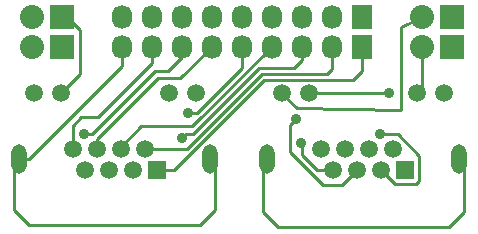
<source format=gtl>
G04 #@! TF.FileFunction,Copper,L1,Top,Signal*
%FSLAX46Y46*%
G04 Gerber Fmt 4.6, Leading zero omitted, Abs format (unit mm)*
G04 Created by KiCad (PCBNEW (2015-01-08 BZR 5360)-product) date 2015-02-07T22:50:42 CET*
%MOMM*%
G01*
G04 APERTURE LIST*
%ADD10C,0.150000*%
%ADD11R,2.032000X2.032000*%
%ADD12O,2.032000X2.032000*%
%ADD13R,1.727200X2.032000*%
%ADD14O,1.727200X2.032000*%
%ADD15R,1.500000X1.500000*%
%ADD16C,1.500000*%
%ADD17O,1.300000X2.500000*%
%ADD18C,0.889000*%
%ADD19C,0.254000*%
G04 APERTURE END LIST*
D10*
D11*
X67305000Y-62145000D03*
D12*
X64765000Y-62145000D03*
D11*
X67305000Y-64685000D03*
D12*
X64765000Y-64685000D03*
D13*
X92705000Y-64685000D03*
D14*
X90165000Y-64685000D03*
X87625000Y-64685000D03*
X85085000Y-64685000D03*
X82545000Y-64685000D03*
X80005000Y-64685000D03*
X77465000Y-64685000D03*
X74925000Y-64685000D03*
X72385000Y-64685000D03*
D11*
X100325000Y-64685000D03*
D12*
X97785000Y-64685000D03*
D13*
X92705000Y-62145000D03*
D14*
X90165000Y-62145000D03*
X87625000Y-62145000D03*
X85085000Y-62145000D03*
X82545000Y-62145000D03*
X80005000Y-62145000D03*
X77465000Y-62145000D03*
X74925000Y-62145000D03*
X72385000Y-62145000D03*
D11*
X100325000Y-62145000D03*
D12*
X97785000Y-62145000D03*
D15*
X96400000Y-75080000D03*
D16*
X95380000Y-73300000D03*
X94360000Y-75080000D03*
X93340000Y-73300000D03*
X92320000Y-75080000D03*
X91300000Y-73300000D03*
X90280000Y-75080000D03*
X89260000Y-73300000D03*
D17*
X100930000Y-74190000D03*
X84730000Y-74190000D03*
D16*
X97400000Y-68620000D03*
X99690000Y-68620000D03*
X85970000Y-68620000D03*
X88260000Y-68620000D03*
D15*
X75370000Y-75080000D03*
D16*
X74350000Y-73300000D03*
X73330000Y-75080000D03*
X72310000Y-73300000D03*
X71290000Y-75080000D03*
X70270000Y-73300000D03*
X69250000Y-75080000D03*
X68230000Y-73300000D03*
D17*
X79900000Y-74190000D03*
X63700000Y-74190000D03*
D16*
X76370000Y-68620000D03*
X78660000Y-68620000D03*
X64940000Y-68620000D03*
X67230000Y-68620000D03*
D18*
X77465000Y-72432000D03*
X77973000Y-70273000D03*
X69210000Y-72051000D03*
X94229000Y-72051000D03*
X87117000Y-70781000D03*
X87561500Y-72813000D03*
X94991000Y-68622000D03*
D19*
X75365000Y-75095000D02*
X76834000Y-75095000D01*
X76834000Y-75095000D02*
X84450000Y-67479000D01*
X84450000Y-67479000D02*
X91943000Y-67479000D01*
X91943000Y-67479000D02*
X92705000Y-66717000D01*
X92705000Y-66717000D02*
X92705000Y-64685000D01*
X78441152Y-72051000D02*
X84029156Y-66462996D01*
X77465000Y-72432000D02*
X77846000Y-72051000D01*
X77846000Y-72051000D02*
X78441152Y-72051000D01*
X87625000Y-65827996D02*
X87625000Y-64685000D01*
X86990000Y-66462996D02*
X87625000Y-65827996D01*
X84029156Y-66462996D02*
X86990000Y-66462996D01*
X74345000Y-73315000D02*
X77895576Y-73315000D01*
X77895576Y-73315000D02*
X84239578Y-66970998D01*
X90165000Y-66589998D02*
X90165000Y-64685000D01*
X84239578Y-66970998D02*
X89784000Y-66970998D01*
X89784000Y-66970998D02*
X90165000Y-66589998D01*
X72305000Y-73147000D02*
X74036000Y-71416000D01*
X72305000Y-73315000D02*
X72305000Y-73147000D01*
X74036000Y-71416000D02*
X78357728Y-71416000D01*
X78357728Y-71416000D02*
X85085000Y-64688728D01*
X85085000Y-64688728D02*
X85085000Y-64685000D01*
X78735000Y-70273000D02*
X77973000Y-70273000D01*
X82545000Y-66463000D02*
X78735000Y-70273000D01*
X82545000Y-64685000D02*
X82545000Y-66463000D01*
X70265000Y-72520000D02*
X75433000Y-67352000D01*
X75433000Y-67352000D02*
X77338000Y-67352000D01*
X70265000Y-73315000D02*
X70265000Y-72520000D01*
X77338000Y-67352000D02*
X80005000Y-64685000D01*
X69210000Y-72051000D02*
X69845000Y-72051000D01*
X69845000Y-72051000D02*
X75179000Y-66717000D01*
X75179000Y-66717000D02*
X76322000Y-66717000D01*
X76322000Y-66717000D02*
X77465000Y-65574000D01*
X77465000Y-65574000D02*
X77465000Y-64685000D01*
X68225000Y-71385000D02*
X68956000Y-70654000D01*
X68956000Y-70654000D02*
X70353000Y-70654000D01*
X70353000Y-70654000D02*
X74925000Y-66082000D01*
X68225000Y-73315000D02*
X68225000Y-71385000D01*
X74925000Y-66082000D02*
X74925000Y-64685000D01*
X68834000Y-67016000D02*
X67230000Y-68620000D01*
X68834000Y-63246000D02*
X68834000Y-67016000D01*
X67733000Y-62145000D02*
X68834000Y-63246000D01*
X67305000Y-62145000D02*
X67733000Y-62145000D01*
X94362000Y-75130400D02*
X95499000Y-76267400D01*
X94362000Y-75099000D02*
X94362000Y-75130400D01*
X95499000Y-76267400D02*
X97327800Y-76267400D01*
X95753000Y-72051000D02*
X94229000Y-72051000D01*
X97581800Y-73879800D02*
X95753000Y-72051000D01*
X97581800Y-76013400D02*
X97581800Y-73879800D01*
X97327800Y-76267400D02*
X97581800Y-76013400D01*
X91011000Y-76369000D02*
X89403000Y-76369000D01*
X92285000Y-75095000D02*
X91011000Y-76369000D01*
X89403000Y-76369000D02*
X86609000Y-73575000D01*
X86609000Y-73575000D02*
X86609000Y-71289000D01*
X86609000Y-71289000D02*
X87117000Y-70781000D01*
X90241000Y-75099000D02*
X90245000Y-75095000D01*
X88895000Y-75099000D02*
X90282000Y-75099000D01*
X87625000Y-73829000D02*
X88895000Y-75099000D01*
X87625000Y-72876500D02*
X87625000Y-73829000D01*
X87561500Y-72813000D02*
X87625000Y-72876500D01*
X97785000Y-68215000D02*
X97785000Y-64685000D01*
X97365000Y-68635000D02*
X97785000Y-68215000D01*
X96007000Y-63034000D02*
X97785000Y-62145000D01*
X96007000Y-70019000D02*
X96007000Y-63034000D01*
X87192000Y-69892000D02*
X96007000Y-70019000D01*
X85935000Y-68635000D02*
X87192000Y-69892000D01*
X88225000Y-68635000D02*
X88238000Y-68622000D01*
X88238000Y-68622000D02*
X94991000Y-68622000D01*
X64516000Y-74205000D02*
X72385000Y-66336000D01*
X63695000Y-74205000D02*
X64516000Y-74205000D01*
X63241000Y-74659000D02*
X63241000Y-78528000D01*
X63241000Y-78528000D02*
X64511000Y-79798000D01*
X64511000Y-79798000D02*
X78989000Y-79798000D01*
X78989000Y-79798000D02*
X80259000Y-78528000D01*
X80259000Y-78528000D02*
X80259000Y-74569000D01*
X80259000Y-74569000D02*
X79895000Y-74205000D01*
X63695000Y-74205000D02*
X63241000Y-74659000D01*
X72385000Y-66336000D02*
X72385000Y-64685000D01*
X84323000Y-74577000D02*
X84323000Y-78655000D01*
X84323000Y-78655000D02*
X85593000Y-79925000D01*
X85593000Y-79925000D02*
X100071000Y-79925000D01*
X100071000Y-79925000D02*
X101341000Y-78655000D01*
X101341000Y-78655000D02*
X101341000Y-74651000D01*
X101341000Y-74651000D02*
X100895000Y-74205000D01*
X84695000Y-74205000D02*
X84323000Y-74577000D01*
M02*

</source>
